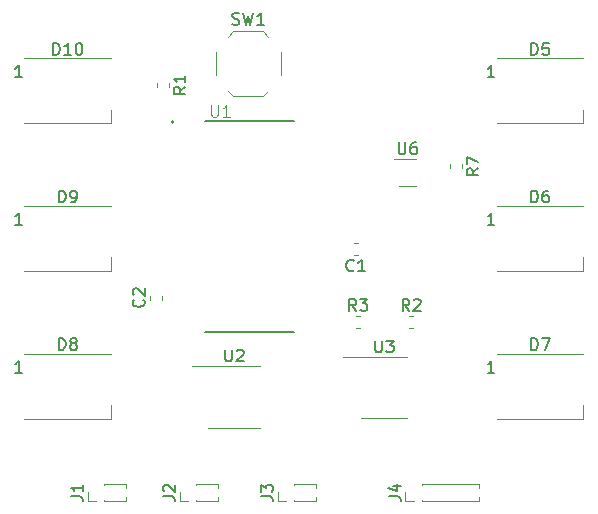
<source format=gbr>
%TF.GenerationSoftware,KiCad,Pcbnew,(5.1.6)-1*%
%TF.CreationDate,2020-08-14T21:54:29-04:00*%
%TF.ProjectId,CellLight,43656c6c-4c69-4676-9874-2e6b69636164,rev?*%
%TF.SameCoordinates,Original*%
%TF.FileFunction,Legend,Top*%
%TF.FilePolarity,Positive*%
%FSLAX46Y46*%
G04 Gerber Fmt 4.6, Leading zero omitted, Abs format (unit mm)*
G04 Created by KiCad (PCBNEW (5.1.6)-1) date 2020-08-14 21:54:29*
%MOMM*%
%LPD*%
G01*
G04 APERTURE LIST*
%ADD10C,0.127000*%
%ADD11C,0.200000*%
%ADD12C,0.120000*%
%ADD13C,0.015000*%
%ADD14C,0.150000*%
G04 APERTURE END LIST*
D10*
%TO.C,U1*%
X152950000Y-98950000D02*
X160450000Y-98950000D01*
X152950000Y-81050000D02*
X160450000Y-81050000D01*
D11*
X150295000Y-81145000D02*
G75*
G03*
X150295000Y-81145000I-100000J0D01*
G01*
D12*
%TO.C,U6*%
X169400000Y-86560000D02*
X170800000Y-86560000D01*
X170800000Y-84240000D02*
X168900000Y-84240000D01*
%TO.C,U3*%
X168100000Y-101040000D02*
X164650000Y-101040000D01*
X168100000Y-101040000D02*
X170050000Y-101040000D01*
X168100000Y-106160000D02*
X166150000Y-106160000D01*
X168100000Y-106160000D02*
X170050000Y-106160000D01*
%TO.C,U2*%
X155400000Y-101790000D02*
X151800000Y-101790000D01*
X155400000Y-101790000D02*
X157600000Y-101790000D01*
X155400000Y-107010000D02*
X153200000Y-107010000D01*
X155400000Y-107010000D02*
X157600000Y-107010000D01*
%TO.C,SW1*%
X155350000Y-73450000D02*
X157850000Y-73450000D01*
X153850000Y-75200000D02*
X153850000Y-77200000D01*
X155350000Y-78950000D02*
X157850000Y-78950000D01*
X159350000Y-75200000D02*
X159350000Y-77200000D01*
X154900000Y-73900000D02*
X155350000Y-73450000D01*
X158300000Y-73900000D02*
X157850000Y-73450000D01*
X158300000Y-78500000D02*
X157850000Y-78950000D01*
X154900000Y-78500000D02*
X155350000Y-78950000D01*
%TO.C,R7*%
X173690000Y-84728733D02*
X173690000Y-85071267D01*
X174710000Y-84728733D02*
X174710000Y-85071267D01*
%TO.C,R3*%
X165728733Y-98610000D02*
X166071267Y-98610000D01*
X165728733Y-97590000D02*
X166071267Y-97590000D01*
%TO.C,R2*%
X170228733Y-98610000D02*
X170571267Y-98610000D01*
X170228733Y-97590000D02*
X170571267Y-97590000D01*
%TO.C,R1*%
X148890000Y-77828733D02*
X148890000Y-78171267D01*
X149910000Y-77828733D02*
X149910000Y-78171267D01*
%TO.C,J4*%
X169915000Y-113195000D02*
X169915000Y-112500000D01*
X170600000Y-113195000D02*
X169915000Y-113195000D01*
X171285000Y-111891724D02*
X171285000Y-111805000D01*
X171285000Y-113195000D02*
X171285000Y-113108276D01*
X171285000Y-111805000D02*
X176160000Y-111805000D01*
X171285000Y-113195000D02*
X176160000Y-113195000D01*
X176160000Y-112105507D02*
X176160000Y-111805000D01*
X176160000Y-113195000D02*
X176160000Y-112894493D01*
%TO.C,J3*%
X159115000Y-113195000D02*
X159115000Y-112500000D01*
X159800000Y-113195000D02*
X159115000Y-113195000D01*
X160485000Y-111891724D02*
X160485000Y-111805000D01*
X160485000Y-113195000D02*
X160485000Y-113108276D01*
X160485000Y-111805000D02*
X162360000Y-111805000D01*
X160485000Y-113195000D02*
X162360000Y-113195000D01*
X162360000Y-112105507D02*
X162360000Y-111805000D01*
X162360000Y-113195000D02*
X162360000Y-112894493D01*
%TO.C,J2*%
X150815000Y-113195000D02*
X150815000Y-112500000D01*
X151500000Y-113195000D02*
X150815000Y-113195000D01*
X152185000Y-111891724D02*
X152185000Y-111805000D01*
X152185000Y-113195000D02*
X152185000Y-113108276D01*
X152185000Y-111805000D02*
X154060000Y-111805000D01*
X152185000Y-113195000D02*
X154060000Y-113195000D01*
X154060000Y-112105507D02*
X154060000Y-111805000D01*
X154060000Y-113195000D02*
X154060000Y-112894493D01*
%TO.C,J1*%
X143015000Y-113195000D02*
X143015000Y-112500000D01*
X143700000Y-113195000D02*
X143015000Y-113195000D01*
X144385000Y-111891724D02*
X144385000Y-111805000D01*
X144385000Y-113195000D02*
X144385000Y-113108276D01*
X144385000Y-111805000D02*
X146260000Y-111805000D01*
X144385000Y-113195000D02*
X146260000Y-113195000D01*
X146260000Y-112105507D02*
X146260000Y-111805000D01*
X146260000Y-113195000D02*
X146260000Y-112894493D01*
%TO.C,D10*%
X144950000Y-81250000D02*
X144950000Y-80100000D01*
X137650000Y-81250000D02*
X144950000Y-81250000D01*
X137650000Y-75750000D02*
X144950000Y-75750000D01*
%TO.C,D9*%
X144950000Y-93750000D02*
X144950000Y-92600000D01*
X137650000Y-93750000D02*
X144950000Y-93750000D01*
X137650000Y-88250000D02*
X144950000Y-88250000D01*
%TO.C,D8*%
X144950000Y-106250000D02*
X144950000Y-105100000D01*
X137650000Y-106250000D02*
X144950000Y-106250000D01*
X137650000Y-100750000D02*
X144950000Y-100750000D01*
%TO.C,D7*%
X184950000Y-106250000D02*
X184950000Y-105100000D01*
X177650000Y-106250000D02*
X184950000Y-106250000D01*
X177650000Y-100750000D02*
X184950000Y-100750000D01*
%TO.C,D6*%
X184950000Y-93750000D02*
X184950000Y-92600000D01*
X177650000Y-93750000D02*
X184950000Y-93750000D01*
X177650000Y-88250000D02*
X184950000Y-88250000D01*
%TO.C,D5*%
X184950000Y-81250000D02*
X184950000Y-80100000D01*
X177650000Y-81250000D02*
X184950000Y-81250000D01*
X177650000Y-75750000D02*
X184950000Y-75750000D01*
%TO.C,C2*%
X149310000Y-96171267D02*
X149310000Y-95828733D01*
X148290000Y-96171267D02*
X148290000Y-95828733D01*
%TO.C,C1*%
X165871267Y-91390000D02*
X165528733Y-91390000D01*
X165871267Y-92410000D02*
X165528733Y-92410000D01*
%TO.C,U1*%
D13*
X153463095Y-79690380D02*
X153463095Y-80499904D01*
X153510714Y-80595142D01*
X153558333Y-80642761D01*
X153653571Y-80690380D01*
X153844047Y-80690380D01*
X153939285Y-80642761D01*
X153986904Y-80595142D01*
X154034523Y-80499904D01*
X154034523Y-79690380D01*
X155034523Y-80690380D02*
X154463095Y-80690380D01*
X154748809Y-80690380D02*
X154748809Y-79690380D01*
X154653571Y-79833238D01*
X154558333Y-79928476D01*
X154463095Y-79976095D01*
%TO.C,U6*%
D14*
X169338095Y-82852380D02*
X169338095Y-83661904D01*
X169385714Y-83757142D01*
X169433333Y-83804761D01*
X169528571Y-83852380D01*
X169719047Y-83852380D01*
X169814285Y-83804761D01*
X169861904Y-83757142D01*
X169909523Y-83661904D01*
X169909523Y-82852380D01*
X170814285Y-82852380D02*
X170623809Y-82852380D01*
X170528571Y-82900000D01*
X170480952Y-82947619D01*
X170385714Y-83090476D01*
X170338095Y-83280952D01*
X170338095Y-83661904D01*
X170385714Y-83757142D01*
X170433333Y-83804761D01*
X170528571Y-83852380D01*
X170719047Y-83852380D01*
X170814285Y-83804761D01*
X170861904Y-83757142D01*
X170909523Y-83661904D01*
X170909523Y-83423809D01*
X170861904Y-83328571D01*
X170814285Y-83280952D01*
X170719047Y-83233333D01*
X170528571Y-83233333D01*
X170433333Y-83280952D01*
X170385714Y-83328571D01*
X170338095Y-83423809D01*
%TO.C,U3*%
X167338095Y-99652380D02*
X167338095Y-100461904D01*
X167385714Y-100557142D01*
X167433333Y-100604761D01*
X167528571Y-100652380D01*
X167719047Y-100652380D01*
X167814285Y-100604761D01*
X167861904Y-100557142D01*
X167909523Y-100461904D01*
X167909523Y-99652380D01*
X168290476Y-99652380D02*
X168909523Y-99652380D01*
X168576190Y-100033333D01*
X168719047Y-100033333D01*
X168814285Y-100080952D01*
X168861904Y-100128571D01*
X168909523Y-100223809D01*
X168909523Y-100461904D01*
X168861904Y-100557142D01*
X168814285Y-100604761D01*
X168719047Y-100652380D01*
X168433333Y-100652380D01*
X168338095Y-100604761D01*
X168290476Y-100557142D01*
%TO.C,U2*%
X154638095Y-100402380D02*
X154638095Y-101211904D01*
X154685714Y-101307142D01*
X154733333Y-101354761D01*
X154828571Y-101402380D01*
X155019047Y-101402380D01*
X155114285Y-101354761D01*
X155161904Y-101307142D01*
X155209523Y-101211904D01*
X155209523Y-100402380D01*
X155638095Y-100497619D02*
X155685714Y-100450000D01*
X155780952Y-100402380D01*
X156019047Y-100402380D01*
X156114285Y-100450000D01*
X156161904Y-100497619D01*
X156209523Y-100592857D01*
X156209523Y-100688095D01*
X156161904Y-100830952D01*
X155590476Y-101402380D01*
X156209523Y-101402380D01*
%TO.C,SW1*%
X155266666Y-72854761D02*
X155409523Y-72902380D01*
X155647619Y-72902380D01*
X155742857Y-72854761D01*
X155790476Y-72807142D01*
X155838095Y-72711904D01*
X155838095Y-72616666D01*
X155790476Y-72521428D01*
X155742857Y-72473809D01*
X155647619Y-72426190D01*
X155457142Y-72378571D01*
X155361904Y-72330952D01*
X155314285Y-72283333D01*
X155266666Y-72188095D01*
X155266666Y-72092857D01*
X155314285Y-71997619D01*
X155361904Y-71950000D01*
X155457142Y-71902380D01*
X155695238Y-71902380D01*
X155838095Y-71950000D01*
X156171428Y-71902380D02*
X156409523Y-72902380D01*
X156600000Y-72188095D01*
X156790476Y-72902380D01*
X157028571Y-71902380D01*
X157933333Y-72902380D02*
X157361904Y-72902380D01*
X157647619Y-72902380D02*
X157647619Y-71902380D01*
X157552380Y-72045238D01*
X157457142Y-72140476D01*
X157361904Y-72188095D01*
%TO.C,R7*%
X176082380Y-85066666D02*
X175606190Y-85400000D01*
X176082380Y-85638095D02*
X175082380Y-85638095D01*
X175082380Y-85257142D01*
X175130000Y-85161904D01*
X175177619Y-85114285D01*
X175272857Y-85066666D01*
X175415714Y-85066666D01*
X175510952Y-85114285D01*
X175558571Y-85161904D01*
X175606190Y-85257142D01*
X175606190Y-85638095D01*
X175082380Y-84733333D02*
X175082380Y-84066666D01*
X176082380Y-84495238D01*
%TO.C,R3*%
X165733333Y-97122380D02*
X165400000Y-96646190D01*
X165161904Y-97122380D02*
X165161904Y-96122380D01*
X165542857Y-96122380D01*
X165638095Y-96170000D01*
X165685714Y-96217619D01*
X165733333Y-96312857D01*
X165733333Y-96455714D01*
X165685714Y-96550952D01*
X165638095Y-96598571D01*
X165542857Y-96646190D01*
X165161904Y-96646190D01*
X166066666Y-96122380D02*
X166685714Y-96122380D01*
X166352380Y-96503333D01*
X166495238Y-96503333D01*
X166590476Y-96550952D01*
X166638095Y-96598571D01*
X166685714Y-96693809D01*
X166685714Y-96931904D01*
X166638095Y-97027142D01*
X166590476Y-97074761D01*
X166495238Y-97122380D01*
X166209523Y-97122380D01*
X166114285Y-97074761D01*
X166066666Y-97027142D01*
%TO.C,R2*%
X170233333Y-97122380D02*
X169900000Y-96646190D01*
X169661904Y-97122380D02*
X169661904Y-96122380D01*
X170042857Y-96122380D01*
X170138095Y-96170000D01*
X170185714Y-96217619D01*
X170233333Y-96312857D01*
X170233333Y-96455714D01*
X170185714Y-96550952D01*
X170138095Y-96598571D01*
X170042857Y-96646190D01*
X169661904Y-96646190D01*
X170614285Y-96217619D02*
X170661904Y-96170000D01*
X170757142Y-96122380D01*
X170995238Y-96122380D01*
X171090476Y-96170000D01*
X171138095Y-96217619D01*
X171185714Y-96312857D01*
X171185714Y-96408095D01*
X171138095Y-96550952D01*
X170566666Y-97122380D01*
X171185714Y-97122380D01*
%TO.C,R1*%
X151282380Y-78166666D02*
X150806190Y-78500000D01*
X151282380Y-78738095D02*
X150282380Y-78738095D01*
X150282380Y-78357142D01*
X150330000Y-78261904D01*
X150377619Y-78214285D01*
X150472857Y-78166666D01*
X150615714Y-78166666D01*
X150710952Y-78214285D01*
X150758571Y-78261904D01*
X150806190Y-78357142D01*
X150806190Y-78738095D01*
X151282380Y-77214285D02*
X151282380Y-77785714D01*
X151282380Y-77500000D02*
X150282380Y-77500000D01*
X150425238Y-77595238D01*
X150520476Y-77690476D01*
X150568095Y-77785714D01*
%TO.C,J4*%
X168492380Y-112833333D02*
X169206666Y-112833333D01*
X169349523Y-112880952D01*
X169444761Y-112976190D01*
X169492380Y-113119047D01*
X169492380Y-113214285D01*
X168825714Y-111928571D02*
X169492380Y-111928571D01*
X168444761Y-112166666D02*
X169159047Y-112404761D01*
X169159047Y-111785714D01*
%TO.C,J3*%
X157692380Y-112833333D02*
X158406666Y-112833333D01*
X158549523Y-112880952D01*
X158644761Y-112976190D01*
X158692380Y-113119047D01*
X158692380Y-113214285D01*
X157692380Y-112452380D02*
X157692380Y-111833333D01*
X158073333Y-112166666D01*
X158073333Y-112023809D01*
X158120952Y-111928571D01*
X158168571Y-111880952D01*
X158263809Y-111833333D01*
X158501904Y-111833333D01*
X158597142Y-111880952D01*
X158644761Y-111928571D01*
X158692380Y-112023809D01*
X158692380Y-112309523D01*
X158644761Y-112404761D01*
X158597142Y-112452380D01*
%TO.C,J2*%
X149392380Y-112833333D02*
X150106666Y-112833333D01*
X150249523Y-112880952D01*
X150344761Y-112976190D01*
X150392380Y-113119047D01*
X150392380Y-113214285D01*
X149487619Y-112404761D02*
X149440000Y-112357142D01*
X149392380Y-112261904D01*
X149392380Y-112023809D01*
X149440000Y-111928571D01*
X149487619Y-111880952D01*
X149582857Y-111833333D01*
X149678095Y-111833333D01*
X149820952Y-111880952D01*
X150392380Y-112452380D01*
X150392380Y-111833333D01*
%TO.C,J1*%
X141592380Y-112833333D02*
X142306666Y-112833333D01*
X142449523Y-112880952D01*
X142544761Y-112976190D01*
X142592380Y-113119047D01*
X142592380Y-113214285D01*
X142592380Y-111833333D02*
X142592380Y-112404761D01*
X142592380Y-112119047D02*
X141592380Y-112119047D01*
X141735238Y-112214285D01*
X141830476Y-112309523D01*
X141878095Y-112404761D01*
%TO.C,D10*%
X140085714Y-75452380D02*
X140085714Y-74452380D01*
X140323809Y-74452380D01*
X140466666Y-74500000D01*
X140561904Y-74595238D01*
X140609523Y-74690476D01*
X140657142Y-74880952D01*
X140657142Y-75023809D01*
X140609523Y-75214285D01*
X140561904Y-75309523D01*
X140466666Y-75404761D01*
X140323809Y-75452380D01*
X140085714Y-75452380D01*
X141609523Y-75452380D02*
X141038095Y-75452380D01*
X141323809Y-75452380D02*
X141323809Y-74452380D01*
X141228571Y-74595238D01*
X141133333Y-74690476D01*
X141038095Y-74738095D01*
X142228571Y-74452380D02*
X142323809Y-74452380D01*
X142419047Y-74500000D01*
X142466666Y-74547619D01*
X142514285Y-74642857D01*
X142561904Y-74833333D01*
X142561904Y-75071428D01*
X142514285Y-75261904D01*
X142466666Y-75357142D01*
X142419047Y-75404761D01*
X142323809Y-75452380D01*
X142228571Y-75452380D01*
X142133333Y-75404761D01*
X142085714Y-75357142D01*
X142038095Y-75261904D01*
X141990476Y-75071428D01*
X141990476Y-74833333D01*
X142038095Y-74642857D01*
X142085714Y-74547619D01*
X142133333Y-74500000D01*
X142228571Y-74452380D01*
X137435714Y-77352380D02*
X136864285Y-77352380D01*
X137150000Y-77352380D02*
X137150000Y-76352380D01*
X137054761Y-76495238D01*
X136959523Y-76590476D01*
X136864285Y-76638095D01*
%TO.C,D9*%
X140561904Y-87952380D02*
X140561904Y-86952380D01*
X140800000Y-86952380D01*
X140942857Y-87000000D01*
X141038095Y-87095238D01*
X141085714Y-87190476D01*
X141133333Y-87380952D01*
X141133333Y-87523809D01*
X141085714Y-87714285D01*
X141038095Y-87809523D01*
X140942857Y-87904761D01*
X140800000Y-87952380D01*
X140561904Y-87952380D01*
X141609523Y-87952380D02*
X141800000Y-87952380D01*
X141895238Y-87904761D01*
X141942857Y-87857142D01*
X142038095Y-87714285D01*
X142085714Y-87523809D01*
X142085714Y-87142857D01*
X142038095Y-87047619D01*
X141990476Y-87000000D01*
X141895238Y-86952380D01*
X141704761Y-86952380D01*
X141609523Y-87000000D01*
X141561904Y-87047619D01*
X141514285Y-87142857D01*
X141514285Y-87380952D01*
X141561904Y-87476190D01*
X141609523Y-87523809D01*
X141704761Y-87571428D01*
X141895238Y-87571428D01*
X141990476Y-87523809D01*
X142038095Y-87476190D01*
X142085714Y-87380952D01*
X137435714Y-89852380D02*
X136864285Y-89852380D01*
X137150000Y-89852380D02*
X137150000Y-88852380D01*
X137054761Y-88995238D01*
X136959523Y-89090476D01*
X136864285Y-89138095D01*
%TO.C,D8*%
X140561904Y-100452380D02*
X140561904Y-99452380D01*
X140800000Y-99452380D01*
X140942857Y-99500000D01*
X141038095Y-99595238D01*
X141085714Y-99690476D01*
X141133333Y-99880952D01*
X141133333Y-100023809D01*
X141085714Y-100214285D01*
X141038095Y-100309523D01*
X140942857Y-100404761D01*
X140800000Y-100452380D01*
X140561904Y-100452380D01*
X141704761Y-99880952D02*
X141609523Y-99833333D01*
X141561904Y-99785714D01*
X141514285Y-99690476D01*
X141514285Y-99642857D01*
X141561904Y-99547619D01*
X141609523Y-99500000D01*
X141704761Y-99452380D01*
X141895238Y-99452380D01*
X141990476Y-99500000D01*
X142038095Y-99547619D01*
X142085714Y-99642857D01*
X142085714Y-99690476D01*
X142038095Y-99785714D01*
X141990476Y-99833333D01*
X141895238Y-99880952D01*
X141704761Y-99880952D01*
X141609523Y-99928571D01*
X141561904Y-99976190D01*
X141514285Y-100071428D01*
X141514285Y-100261904D01*
X141561904Y-100357142D01*
X141609523Y-100404761D01*
X141704761Y-100452380D01*
X141895238Y-100452380D01*
X141990476Y-100404761D01*
X142038095Y-100357142D01*
X142085714Y-100261904D01*
X142085714Y-100071428D01*
X142038095Y-99976190D01*
X141990476Y-99928571D01*
X141895238Y-99880952D01*
X137435714Y-102352380D02*
X136864285Y-102352380D01*
X137150000Y-102352380D02*
X137150000Y-101352380D01*
X137054761Y-101495238D01*
X136959523Y-101590476D01*
X136864285Y-101638095D01*
%TO.C,D7*%
X180561904Y-100452380D02*
X180561904Y-99452380D01*
X180800000Y-99452380D01*
X180942857Y-99500000D01*
X181038095Y-99595238D01*
X181085714Y-99690476D01*
X181133333Y-99880952D01*
X181133333Y-100023809D01*
X181085714Y-100214285D01*
X181038095Y-100309523D01*
X180942857Y-100404761D01*
X180800000Y-100452380D01*
X180561904Y-100452380D01*
X181466666Y-99452380D02*
X182133333Y-99452380D01*
X181704761Y-100452380D01*
X177435714Y-102352380D02*
X176864285Y-102352380D01*
X177150000Y-102352380D02*
X177150000Y-101352380D01*
X177054761Y-101495238D01*
X176959523Y-101590476D01*
X176864285Y-101638095D01*
%TO.C,D6*%
X180561904Y-87952380D02*
X180561904Y-86952380D01*
X180800000Y-86952380D01*
X180942857Y-87000000D01*
X181038095Y-87095238D01*
X181085714Y-87190476D01*
X181133333Y-87380952D01*
X181133333Y-87523809D01*
X181085714Y-87714285D01*
X181038095Y-87809523D01*
X180942857Y-87904761D01*
X180800000Y-87952380D01*
X180561904Y-87952380D01*
X181990476Y-86952380D02*
X181800000Y-86952380D01*
X181704761Y-87000000D01*
X181657142Y-87047619D01*
X181561904Y-87190476D01*
X181514285Y-87380952D01*
X181514285Y-87761904D01*
X181561904Y-87857142D01*
X181609523Y-87904761D01*
X181704761Y-87952380D01*
X181895238Y-87952380D01*
X181990476Y-87904761D01*
X182038095Y-87857142D01*
X182085714Y-87761904D01*
X182085714Y-87523809D01*
X182038095Y-87428571D01*
X181990476Y-87380952D01*
X181895238Y-87333333D01*
X181704761Y-87333333D01*
X181609523Y-87380952D01*
X181561904Y-87428571D01*
X181514285Y-87523809D01*
X177435714Y-89852380D02*
X176864285Y-89852380D01*
X177150000Y-89852380D02*
X177150000Y-88852380D01*
X177054761Y-88995238D01*
X176959523Y-89090476D01*
X176864285Y-89138095D01*
%TO.C,D5*%
X180561904Y-75452380D02*
X180561904Y-74452380D01*
X180800000Y-74452380D01*
X180942857Y-74500000D01*
X181038095Y-74595238D01*
X181085714Y-74690476D01*
X181133333Y-74880952D01*
X181133333Y-75023809D01*
X181085714Y-75214285D01*
X181038095Y-75309523D01*
X180942857Y-75404761D01*
X180800000Y-75452380D01*
X180561904Y-75452380D01*
X182038095Y-74452380D02*
X181561904Y-74452380D01*
X181514285Y-74928571D01*
X181561904Y-74880952D01*
X181657142Y-74833333D01*
X181895238Y-74833333D01*
X181990476Y-74880952D01*
X182038095Y-74928571D01*
X182085714Y-75023809D01*
X182085714Y-75261904D01*
X182038095Y-75357142D01*
X181990476Y-75404761D01*
X181895238Y-75452380D01*
X181657142Y-75452380D01*
X181561904Y-75404761D01*
X181514285Y-75357142D01*
X177435714Y-77352380D02*
X176864285Y-77352380D01*
X177150000Y-77352380D02*
X177150000Y-76352380D01*
X177054761Y-76495238D01*
X176959523Y-76590476D01*
X176864285Y-76638095D01*
%TO.C,C2*%
X147727142Y-96166666D02*
X147774761Y-96214285D01*
X147822380Y-96357142D01*
X147822380Y-96452380D01*
X147774761Y-96595238D01*
X147679523Y-96690476D01*
X147584285Y-96738095D01*
X147393809Y-96785714D01*
X147250952Y-96785714D01*
X147060476Y-96738095D01*
X146965238Y-96690476D01*
X146870000Y-96595238D01*
X146822380Y-96452380D01*
X146822380Y-96357142D01*
X146870000Y-96214285D01*
X146917619Y-96166666D01*
X146917619Y-95785714D02*
X146870000Y-95738095D01*
X146822380Y-95642857D01*
X146822380Y-95404761D01*
X146870000Y-95309523D01*
X146917619Y-95261904D01*
X147012857Y-95214285D01*
X147108095Y-95214285D01*
X147250952Y-95261904D01*
X147822380Y-95833333D01*
X147822380Y-95214285D01*
%TO.C,C1*%
X165533333Y-93687142D02*
X165485714Y-93734761D01*
X165342857Y-93782380D01*
X165247619Y-93782380D01*
X165104761Y-93734761D01*
X165009523Y-93639523D01*
X164961904Y-93544285D01*
X164914285Y-93353809D01*
X164914285Y-93210952D01*
X164961904Y-93020476D01*
X165009523Y-92925238D01*
X165104761Y-92830000D01*
X165247619Y-92782380D01*
X165342857Y-92782380D01*
X165485714Y-92830000D01*
X165533333Y-92877619D01*
X166485714Y-93782380D02*
X165914285Y-93782380D01*
X166200000Y-93782380D02*
X166200000Y-92782380D01*
X166104761Y-92925238D01*
X166009523Y-93020476D01*
X165914285Y-93068095D01*
%TD*%
M02*

</source>
